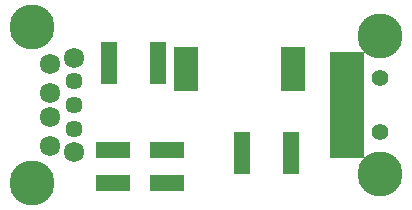
<source format=gbr>
G04 #@! TF.GenerationSoftware,KiCad,Pcbnew,(5.0.0-rc2-110-g9edfd25)*
G04 #@! TF.CreationDate,2018-06-15T17:47:30-07:00*
G04 #@! TF.ProjectId,USB-Power-Cleaner,5553422D506F7765722D436C65616E65,rev?*
G04 #@! TF.SameCoordinates,Original*
G04 #@! TF.FileFunction,Soldermask,Top*
G04 #@! TF.FilePolarity,Negative*
%FSLAX46Y46*%
G04 Gerber Fmt 4.6, Leading zero omitted, Abs format (unit mm)*
G04 Created by KiCad (PCBNEW (5.0.0-rc2-110-g9edfd25)) date Friday, June 15, 2018 at 05:47:30 PM*
%MOMM*%
%LPD*%
G01*
G04 APERTURE LIST*
%ADD10R,1.450000X3.600000*%
%ADD11R,2.850000X1.450000*%
%ADD12R,2.000000X3.800000*%
%ADD13C,1.450000*%
%ADD14C,1.724000*%
%ADD15C,3.800000*%
%ADD16R,2.980000X1.000000*%
%ADD17C,1.400000*%
G04 APERTURE END LIST*
D10*
G04 #@! TO.C,C1*
X186690000Y-91694000D03*
X190840000Y-91694000D03*
G04 #@! TD*
D11*
G04 #@! TO.C,C2*
X180340000Y-91440000D03*
X180340000Y-94240000D03*
G04 #@! TD*
G04 #@! TO.C,C3*
X175768000Y-94240000D03*
X175768000Y-91440000D03*
G04 #@! TD*
D12*
G04 #@! TO.C,L1*
X191000000Y-84582000D03*
X182000000Y-84582000D03*
G04 #@! TD*
D10*
G04 #@! TO.C,L2*
X175428000Y-84074000D03*
X179578000Y-84074000D03*
G04 #@! TD*
D13*
G04 #@! TO.C,J1*
X172458000Y-87630000D03*
X172458000Y-85630000D03*
D14*
X172458000Y-83630000D03*
D13*
X172458000Y-89630000D03*
D14*
X172458000Y-91630000D03*
X170458000Y-84130000D03*
X170458000Y-86630000D03*
X170458000Y-88630000D03*
X170458000Y-91130000D03*
D15*
X168958000Y-94200000D03*
X168958000Y-81060000D03*
G04 #@! TD*
D16*
G04 #@! TO.C,J2*
X195580000Y-87630000D03*
X195580000Y-86630000D03*
X195580000Y-85630000D03*
X195580000Y-84630000D03*
X195580000Y-88630000D03*
X195580000Y-89630000D03*
X195580000Y-90630000D03*
X195580000Y-83630000D03*
X195580000Y-91630000D03*
D15*
X198420000Y-81780000D03*
X198420000Y-93480000D03*
D17*
X198420000Y-85380000D03*
X198420000Y-89880000D03*
G04 #@! TD*
M02*

</source>
